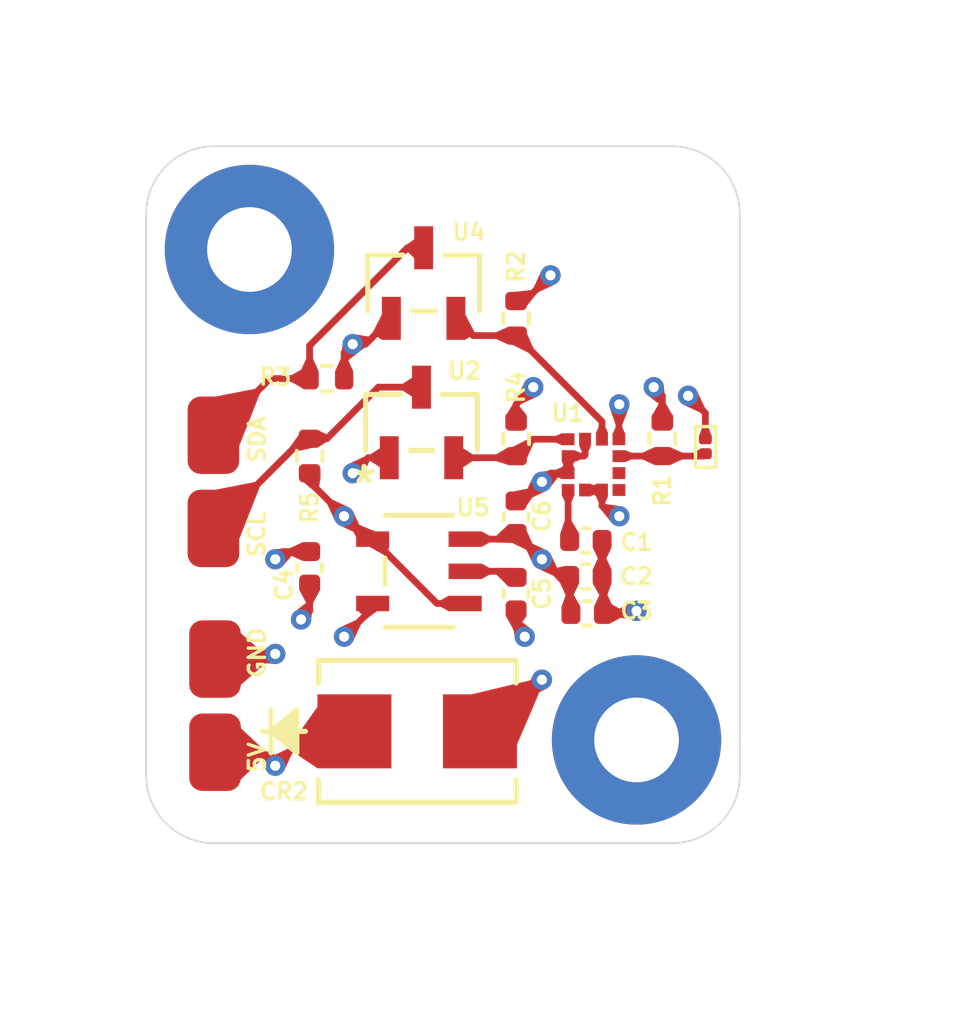
<source format=kicad_pcb>
(kicad_pcb (version 20240108) (generator "pcbnew") (generator_version "8.0")
  (layers (0 "F.Cu" power) (1 "In1.Cu" signal) (2 "In2.Cu" signal) (31 "B.Cu" signal) (34 "B.Paste" user) (35 "F.Paste" user) (36 "B.SilkS" user "B.Silkscreen") (37 "F.SilkS" user "F.Silkscreen") (38 "B.Mask" user) (39 "F.Mask" user) (44 "Edge.Cuts" user))
  (net 0 "")
  (net 1 "Net-(U1-C1)")
  (net 2 "DRDY")
  (net 3 "GND")
  (net 4 "SCL")
  (net 5 "Net-(U1-SCL{slash}SPC)")
  (net 6 "SDA")
  (net 8 "3V3")
  (net 9 "5V")
  (net 10 "Net-(JP1-B)")
  (net 11 "Net-(U1-SDA{slash}SDI{slash}SDO)")
  (net 12 "Net-(U5-BYPASS)")
  (footprint "MagnetometerFootprints:Connector" (layer "F.Cu") (at 131.4723 149.759 90)
    (property "Reference" "J3" (hide yes))
    (property "Value" "Conn_01x02" (hide yes))
    (pad "1" smd roundrect (at -3 -3.25 90) (size 2.286 1.524) (layers "F.Cu" "F.Mask") (net 4 "SCL"))
    (pad "2" smd roundrect (at -0.25 -3.25 90) (size 2.286 1.524) (layers "F.Cu" "F.Mask") (net 6 "SDA"))
  )
  (footprint "MountingHole:MountingHole_2.5mm_Pad_TopBottom" (layer "F.Cu") (at 129.286 144.526)
    (property "Reference" "REF**" (hide yes))
    (property "Value" "MountingHole_2.5mm_Pad_TopBottom" (hide yes))
    (pad "1" thru_hole circle (at 0 0) (size 2.9 2.9) (drill 2.5) (layers "*.Cu" "*.Mask"))
    (pad "1" connect circle (at 0 0) (size 5 5) (layers "F.Cu" "F.Mask"))
    (pad "1" connect circle (at 0 0) (size 5 5) (layers "B.Cu" "B.Mask"))
  )
  (footprint "Resistor_SMD:R_0402_1005Metric" (layer "F.Cu") (at 141.478 150.114 -90)
    (property "Reference" "R1" (at 1.524 0 270) (layer "F.SilkS") (effects (font (size 0.48 0.48) (thickness 0.1) (bold yes))))
    (property "Value" "10k" (hide yes))
    (fp_line (start -0.153641 0.38) (end 0.153641 0.38) (stroke (width 0.12)) (layer "F.SilkS"))
    (fp_line (start -0.153641 -0.38) (end 0.153641 -0.38) (stroke (width 0.12)) (layer "F.SilkS"))
    (pad "1" smd roundrect (at -0.51 0 270) (size 0.54 0.64) (layers "F.Cu" "F.Paste" "F.Mask") (net 3 "GND"))
    (pad "2" smd roundrect (at 0.51 0 270) (size 0.54 0.64) (layers "F.Cu" "F.Paste" "F.Mask") (net 10 "Net-(JP1-B)"))
  )
  (footprint "Capacitor_SMD:C_0402_1005Metric" (layer "F.Cu") (at 139.258801 155.2702 180)
    (property "Reference" "C3" (at -1.457199 0.0762 180) (layer "F.SilkS") (effects (font (size 0.48 0.48) (thickness 0.1) (bold yes))))
    (property "Value" "100 nF" (hide yes))
    (fp_line (start -0.107836 0.36) (end 0.107836 0.36) (stroke (width 0.12)) (layer "F.SilkS"))
    (fp_line (start -0.107836 -0.36) (end 0.107836 -0.36) (stroke (width 0.12)) (layer "F.SilkS"))
    (pad "1" smd roundrect (at -0.48 0 180) (size 0.56 0.62) (layers "F.Cu" "F.Paste" "F.Mask") (net 3 "GND"))
    (pad "2" smd roundrect (at 0.48 0 180) (size 0.56 0.62) (layers "F.Cu" "F.Paste" "F.Mask") (net 8 "3V3"))
  )
  (footprint "MagnetometerFootprints:BSS138" (layer "F.Cu") (at 134.4295 145.5166)
    (property "Reference" "U4" (at 1.3335 -1.4986 0) (layer "F.SilkS") (effects (font (size 0.48 0.48) (thickness 0.1) (bold yes))))
    (property "Value" "BSS138" (hide yes))
    (fp_line (start -1.651 -0.8255) (end -1.651 0.8255) (stroke (width 0.1524)) (layer "F.SilkS"))
    (fp_line (start -0.61214 -0.8255) (end -1.651 -0.8255) (stroke (width 0.1524)) (layer "F.SilkS"))
    (fp_line (start -0.34036 0.8255) (end 0.34036 0.8255) (stroke (width 0.1524)) (layer "F.SilkS"))
    (fp_line (start 1.651 -0.8255) (end 0.61214 -0.8255) (stroke (width 0.1524)) (layer "F.SilkS"))
    (fp_line (start 1.651 0.8255) (end 1.651 -0.8255) (stroke (width 0.1524)) (layer "F.SilkS"))
    (pad "1" smd rect (at -0.9525 1.0414) (size 0.5588 1.27) (layers "F.Cu" "F.Paste" "F.Mask") (net 9 "5V"))
    (pad "2" smd rect (at 0.9525 1.0414) (size 0.5588 1.27) (layers "F.Cu" "F.Paste" "F.Mask") (net 11 "Net-(U1-SDA{slash}SDI{slash}SDO)"))
    (pad "3" smd rect (at 0 -1.0414) (size 0.5588 1.27) (layers "F.Cu" "F.Paste" "F.Mask") (net 6 "SDA"))
  )
  (footprint "MountingHole:MountingHole_2.5mm_Pad_TopBottom" (layer "F.Cu") (at 140.716 159.004)
    (property "Reference" "REF**" (hide yes))
    (property "Value" "MountingHole_2.5mm_Pad_TopBottom" (hide yes))
    (pad "1" thru_hole circle (at 0 0) (size 2.9 2.9) (drill 2.5) (layers "*.Cu" "*.Mask"))
    (pad "1" connect circle (at 0 0) (size 5 5) (layers "F.Cu" "F.Mask"))
    (pad "1" connect circle (at 0 0) (size 5 5) (layers "B.Cu" "B.Mask"))
  )
  (footprint "MagnetometerFootprints:BSS138" (layer "F.Cu") (at 134.366 149.6314)
    (property "Reference" "U2" (at 1.27 -1.524 0) (layer "F.SilkS") (effects (font (size 0.48 0.48) (thickness 0.1) (bold yes))))
    (property "Value" "BSS138" (hide yes))
    (fp_line (start -1.651 -0.8255) (end -1.651 0.8255) (stroke (width 0.1524)) (layer "F.SilkS"))
    (fp_line (start -0.61214 -0.8255) (end -1.651 -0.8255) (stroke (width 0.1524)) (layer "F.SilkS"))
    (fp_line (start -0.34036 0.8255) (end 0.34036 0.8255) (stroke (width 0.1524)) (layer "F.SilkS"))
    (fp_line (start 1.651 -0.8255) (end 0.61214 -0.8255) (stroke (width 0.1524)) (layer "F.SilkS"))
    (fp_line (start 1.651 0.8255) (end 1.651 -0.8255) (stroke (width 0.1524)) (layer "F.SilkS"))
    (pad "1" smd rect (at -0.9525 1.0414) (size 0.5588 1.27) (layers "F.Cu" "F.Paste" "F.Mask") (net 9 "5V"))
    (pad "2" smd rect (at 0.9525 1.0414) (size 0.5588 1.27) (layers "F.Cu" "F.Paste" "F.Mask") (net 5 "Net-(U1-SCL{slash}SPC)"))
    (pad "3" smd rect (at 0 -1.0414) (size 0.5588 1.27) (layers "F.Cu" "F.Paste" "F.Mask") (net 4 "SCL"))
  )
  (footprint "MagnetometerFootprints:Connector" (layer "F.Cu") (at 125.02 159.6164 -90)
    (property "Reference" "J1" (hide yes))
    (property "Value" "Conn_01x02" (hide yes))
    (pad "1" smd roundrect (at -3 -3.25 270) (size 2.286 1.524) (layers "F.Cu" "F.Mask") (net 3 "GND"))
    (pad "2" smd roundrect (at -0.25 -3.25 270) (size 2.286 1.524) (layers "F.Cu" "F.Mask") (net 9 "5V"))
  )
  (footprint "Capacitor_SMD:C_0402_1005Metric" (layer "F.Cu") (at 137.16 152.428 90)
    (property "Reference" "C6" (at 0.028 0.762 90) (layer "F.SilkS") (effects (font (size 0.48 0.48) (thickness 0.1) (bold yes))))
    (property "Value" "2.2 uF" (hide yes))
    (fp_line (start -0.107836 -0.36) (end 0.107836 -0.36) (stroke (width 0.12)) (layer "F.SilkS"))
    (fp_line (start -0.107836 0.36) (end 0.107836 0.36) (stroke (width 0.12)) (layer "F.SilkS"))
    (pad "1" smd roundrect (at -0.48 0 90) (size 0.56 0.62) (layers "F.Cu" "F.Paste" "F.Mask") (net 8 "3V3"))
    (pad "2" smd roundrect (at 0.48 0 90) (size 0.56 0.62) (layers "F.Cu" "F.Paste" "F.Mask") (net 3 "GND"))
  )
  (footprint "Resistor_SMD:R_0402_1005Metric" (layer "F.Cu") (at 137.16 146.558 90)
    (property "Reference" "R2" (at 1.524 0 90) (layer "F.SilkS") (effects (font (size 0.48 0.48) (thickness 0.1) (bold yes))))
    (property "Value" "10k" (hide yes))
    (fp_line (start -0.153641 -0.38) (end 0.153641 -0.38) (stroke (width 0.12)) (layer "F.SilkS"))
    (fp_line (start -0.153641 0.38) (end 0.153641 0.38) (stroke (width 0.12)) (layer "F.SilkS"))
    (pad "1" smd roundrect (at -0.51 0 90) (size 0.54 0.64) (layers "F.Cu" "F.Paste" "F.Mask") (net 11 "Net-(U1-SDA{slash}SDI{slash}SDO)"))
    (pad "2" smd roundrect (at 0.51 0 90) (size 0.54 0.64) (layers "F.Cu" "F.Paste" "F.Mask") (net 8 "3V3"))
  )
  (footprint "MagnetometerFootprints:DBV5_TEX" (layer "F.Cu") (at 134.2898 154.0256)
    (property "Reference" "U5" (at 1.6002 -1.8796 0) (layer "F.SilkS") (effects (font (size 0.48 0.48) (thickness 0.1) (bold yes))))
    (property "Value" "TPS79333DBVRG4Q1" (hide yes))
    (fp_line (start -1.0033 -0.388661) (end -1.0033 0.388661) (stroke (width 0.1524)) (layer "F.SilkS"))
    (fp_line (start -1.0033 1.651) (end 1.0033 1.651) (stroke (width 0.1524)) (layer "F.SilkS"))
    (fp_line (start 1.0033 -1.651) (end -1.0033 -1.651) (stroke (width 0.1524)) (layer "F.SilkS"))
    (fp_text user "*" (at -1.61925 -2.5502 0) (layer "F.SilkS"))
    (fp_text user "*" (at -1.61925 -2.5502 0) (layer "F.SilkS"))
    (pad "1" smd rect (at -1.36525 -0.950001) (size 0.9779 0.4572) (layers "F.Cu" "F.Paste" "F.Mask") (net 9 "5V"))
    (pad "2" smd rect (at -1.36525 0.950001) (size 0.9779 0.4572) (layers "F.Cu" "F.Paste" "F.Mask") (net 3 "GND"))
    (pad "3" smd rect (at 1.36525 0.950001) (size 0.9779 0.4572) (layers "F.Cu" "F.Paste" "F.Mask") (net 9 "5V"))
    (pad "4" smd rect (at 1.36525 0) (size 0.9779 0.4572) (layers "F.Cu" "F.Paste" "F.Mask") (net 12 "Net-(U5-BYPASS)"))
    (pad "5" smd rect (at 1.36525 -0.950001) (size 0.9779 0.4572) (layers "F.Cu" "F.Paste" "F.Mask") (net 8 "3V3"))
  )
  (footprint "Capacitor_SMD:C_0402_1005Metric" (layer "F.Cu") (at 131.064 153.924 -90)
    (property "Reference" "C4" (at 0.508 0.762 90) (layer "F.SilkS") (effects (font (size 0.48 0.48) (thickness 0.1) (bold yes))))
    (property "Value" "0.1 uF" (hide yes))
    (fp_line (start -0.107836 0.36) (end 0.107836 0.36) (stroke (width 0.12)) (layer "F.SilkS"))
    (fp_line (start -0.107836 -0.36) (end 0.107836 -0.36) (stroke (width 0.12)) (layer "F.SilkS"))
    (pad "1" smd roundrect (at -0.48 0 270) (size 0.56 0.62) (layers "F.Cu" "F.Paste" "F.Mask") (net 9 "5V"))
    (pad "2" smd roundrect (at 0.48 0 270) (size 0.56 0.62) (layers "F.Cu" "F.Paste" "F.Mask") (net 3 "GND"))
  )
  (footprint "Resistor_SMD:R_0402_1005Metric" (layer "F.Cu") (at 137.16 150.116 90)
    (property "Reference" "R4" (at 1.526 0 90) (layer "F.SilkS") (effects (font (size 0.48 0.48) (thickness 0.1) (bold yes))))
    (property "Value" "10k" (hide yes))
    (fp_line (start -0.153641 -0.38) (end 0.153641 -0.38) (stroke (width 0.12)) (layer "F.SilkS"))
    (fp_line (start -0.153641 0.38) (end 0.153641 0.38) (stroke (width 0.12)) (layer "F.SilkS"))
    (pad "1" smd roundrect (at -0.51 0 90) (size 0.54 0.64) (layers "F.Cu" "F.Paste" "F.Mask") (net 5 "Net-(U1-SCL{slash}SPC)"))
    (pad "2" smd roundrect (at 0.51 0 90) (size 0.54 0.64) (layers "F.Cu" "F.Paste" "F.Mask") (net 8 "3V3"))
  )
  (footprint "Resistor_SMD:R_0402_1005Metric" (layer "F.Cu") (at 131.064 150.622 -90)
    (property "Reference" "R5" (at 1.524 0 270) (layer "F.SilkS") (effects (font (size 0.48 0.48) (thickness 0.1) (bold yes))))
    (property "Value" "10k" (hide yes))
    (fp_line (start -0.153641 0.38) (end 0.153641 0.38) (stroke (width 0.12)) (layer "F.SilkS"))
    (fp_line (start -0.153641 -0.38) (end 0.153641 -0.38) (stroke (width 0.12)) (layer "F.SilkS"))
    (pad "1" smd roundrect (at -0.51 0 270) (size 0.54 0.64) (layers "F.Cu" "F.Paste" "F.Mask") (net 4 "SCL"))
    (pad "2" smd roundrect (at 0.51 0 270) (size 0.54 0.64) (layers "F.Cu" "F.Paste" "F.Mask") (net 9 "5V"))
  )
  (footprint "Capacitor_SMD:C_0402_1005Metric" (layer "F.Cu") (at 137.16 154.686 -90)
    (property "Reference" "C5" (at 0 -0.762 90) (layer "F.SilkS") (effects (font (size 0.48 0.48) (thickness 0.1) (bold yes))))
    (property "Value" "0.01 uF" (hide yes))
    (fp_line (start -0.107836 0.36) (end 0.107836 0.36) (stroke (width 0.12)) (layer "F.SilkS"))
    (fp_line (start -0.107836 -0.36) (end 0.107836 -0.36) (stroke (width 0.12)) (layer "F.SilkS"))
    (pad "1" smd roundrect (at -0.48 0 270) (size 0.56 0.62) (layers "F.Cu" "F.Paste" "F.Mask") (net 12 "Net-(U5-BYPASS)"))
    (pad "2" smd roundrect (at 0.48 0 270) (size 0.56 0.62) (layers "F.Cu" "F.Paste" "F.Mask") (net 3 "GND"))
  )
  (footprint "Capacitor_SMD:C_0402_1005Metric" (layer "F.Cu") (at 139.22 154.178 180)
    (property "Reference" "C2" (at -1.496 0 180) (layer "F.SilkS") (effects (font (size 0.48 0.48) (thickness 0.1) (bold yes))))
    (property "Value" "1 uF" (hide yes))
    (fp_line (start -0.107836 0.36) (end 0.107836 0.36) (stroke (width 0.12)) (layer "F.SilkS"))
    (fp_line (start -0.107836 -0.36) (end 0.107836 -0.36) (stroke (width 0.12)) (layer "F.SilkS"))
    (pad "1" smd roundrect (at -0.48 0 180) (size 0.56 0.62) (layers "F.Cu" "F.Paste" "F.Mask") (net 3 "GND"))
    (pad "2" smd roundrect (at 0.48 0 180) (size 0.56 0.62) (layers "F.Cu" "F.Paste" "F.Mask") (net 8 "3V3"))
  )
  (footprint "MagnetometerFootprints:SolderJumper" (layer "F.Cu") (at 140.5575 154.45325 -90)
    (property "Reference" "JP1" (hide yes))
    (property "Value" "SolderJumper_2_Open" (hide yes))
    (fp_rect (start -4.7 -2.5) (end -3.5 -1.9) (stroke (width 0.1)) (fill none) (layer "F.SilkS"))
    (pad "1" smd roundrect (at -4.33925 -2.1905 270) (size 0.3215 0.381) (layers "F.Cu" "F.Paste" "F.Mask") (net 8 "3V3"))
    (pad "2" smd roundrect (at -3.9 -2.1905 270) (size 0.3215 0.381) (layers "F.Cu" "F.Paste" "F.Mask") (net 10 "Net-(JP1-B)"))
  )
  (footprint "Resistor_SMD:R_0402_1005Metric" (layer "F.Cu") (at 131.572 148.336)
    (property "Reference" "R3" (at -1.524 -0.0508 0) (layer "F.SilkS") (effects (font (size 0.48 0.48) (thickness 0.1) (bold yes))))
    (property "Value" "10k" (hide yes))
    (fp_line (start -0.153641 -0.38) (end 0.153641 -0.38) (stroke (width 0.12)) (layer "F.SilkS"))
    (fp_line (start -0.153641 0.38) (end 0.153641 0.38) (stroke (width 0.12)) (layer "F.SilkS"))
    (pad "1" smd roundrect (at -0.51 0) (size 0.54 0.64) (layers "F.Cu" "F.Paste" "F.Mask") (net 6 "SDA"))
    (pad "2" smd roundrect (at 0.51 0) (size 0.54 0.64) (layers "F.Cu" "F.Paste" "F.Mask") (net 9 "5V"))
  )
  (footprint "Capacitor_SMD:C_0402_1005Metric" (layer "F.Cu") (at 139.22 153.1152 180)
    (property "Reference" "C1" (at -1.496 -0.0468 180) (layer "F.SilkS") (effects (font (size 0.48 0.48) (thickness 0.1) (bold yes))))
    (property "Value" "100 nF" (hide yes))
    (fp_line (start -0.107836 0.36) (end 0.107836 0.36) (stroke (width 0.12)) (layer "F.SilkS"))
    (fp_line (start -0.107836 -0.36) (end 0.107836 -0.36) (stroke (width 0.12)) (layer "F.SilkS"))
    (pad "1" smd roundrect (at -0.48 0 180) (size 0.56 0.62) (layers "F.Cu" "F.Paste" "F.Mask") (net 3 "GND"))
    (pad "2" smd roundrect (at 0.48 0 180) (size 0.56 0.62) (layers "F.Cu" "F.Paste" "F.Mask") (net 1 "Net-(U1-C1)"))
  )
  (footprint "MagnetometerFootprints:1KSMBSeries_LTF" (layer "F.Cu") (at 134.239 158.75)
    (property "Reference" "CR2" (at -3.937 1.778 0) (layer "F.SilkS") (effects (font (size 0.48 0.48) (thickness 0.1) (bold yes))))
    (property "Value" "1KSMB24A" (hide yes))
    (fp_line (start -4.318 -0.635) (end -4.318 0.635) (stroke (width 0.1524)) (layer "F.SilkS"))
    (fp_line (start -4.318 0) (end -3.556 -0.635) (stroke (width 0.1524)) (layer "F.SilkS"))
    (fp_line (start -4.318 0) (end -3.556 -0.508) (stroke (width 0.1524)) (layer "F.SilkS"))
    (fp_line (start -4.318 0) (end -3.556 -0.381) (stroke (width 0.1524)) (layer "F.SilkS"))
    (fp_line (start -4.318 0) (end -3.556 -0.254) (stroke (width 0.1524)) (layer "F.SilkS"))
    (fp_line (start -4.318 0) (end -3.556 -0.127) (stroke (width 0.1524)) (layer "F.SilkS"))
    (fp_line (start -4.318 0) (end -3.556 0.127) (stroke (width 0.1524)) (layer "F.SilkS"))
    (fp_line (start -4.318 0) (end -3.556 0.254) (stroke (width 0.1524)) (layer "F.SilkS"))
    (fp_line (start -4.318 0) (end -3.556 0.381) (stroke (width 0.1524)) (layer "F.SilkS"))
    (fp_line (start -4.318 0) (end -3.556 0.508) (stroke (width 0.1524)) (layer "F.SilkS"))
    (fp_line (start -4.318 0) (end -3.556 0.635) (stroke (width 0.1524)) (layer "F.SilkS"))
    (fp_line (start -3.556 -0.635) (end -3.556 0.635) (stroke (width 0.1524)) (layer "F.SilkS"))
    (fp_line (start -3.302 0) (end -4.572 0) (stroke (width 0.1524)) (layer "F.SilkS"))
    (fp_line (start -2.921 -2.0955) (end -2.921 -1.42494) (stroke (width 0.1524)) (layer "F.SilkS"))
    (fp_line (start -2.921 1.42494) (end -2.921 2.0955) (stroke (width 0.1524)) (layer "F.SilkS"))
    (fp_line (start -2.921 2.0955) (end 2.921 2.0955) (stroke (width 0.1524)) (layer "F.SilkS"))
    (fp_line (start 2.921 -2.0955) (end -2.921 -2.0955) (stroke (width 0.1524)) (layer "F.SilkS"))
    (fp_line (start 2.921 -1.42494) (end 2.921 -2.0955) (stroke (width 0.1524)) (layer "F.SilkS"))
    (fp_line (start 2.921 2.0955) (end 2.921 1.42494) (stroke (width 0.1524)) (layer "F.SilkS"))
    (pad "1" smd rect (at -1.8542 0 90) (size 2.1844 2.1844) (layers "F.Cu" "F.Paste" "F.Mask") (net 9 "5V"))
    (pad "2" smd rect (at 1.8542 0 90) (size 2.1844 2.1844) (layers "F.Cu" "F.Paste" "F.Mask") (net 3 "GND"))
  )
  (footprint "MagnetometerFootprints:LIS3MDLTR" (layer "F.Cu") (at 139.446 150.876)
    (property "Reference" "U1" (at -0.762 -1.524 0) (layer "F.SilkS") (effects (font (size 0.48 0.48) (thickness 0.1) (bold yes))))
    (property "Value" "LIS3MDLTR" (hide yes))
    (pad "1" smd rect (at -0.750001 -0.750001) (size 0.376682 0.351536) (layers "F.Cu" "F.Paste" "F.Mask") (net 5 "Net-(U1-SCL{slash}SPC)"))
    (pad "2" smd rect (at -0.750001 -0.25) (size 0.376682 0.351536) (layers "F.Cu" "F.Paste" "F.Mask") (net 3 "GND"))
    (pad "3" smd rect (at -0.750001 0.25) (size 0.376682 0.351536) (layers "F.Cu" "F.Paste" "F.Mask") (net 3 "GND"))
    (pad "4" smd rect (at -0.750001 0.750001) (size 0.376682 0.351536) (layers "F.Cu" "F.Paste" "F.Mask") (net 1 "Net-(U1-C1)"))
    (pad "5" smd rect (at -0.25 0.750001 90) (size 0.376682 0.351536) (layers "F.Cu" "F.Paste" "F.Mask") (net 8 "3V3"))
    (pad "6" smd rect (at 0.25 0.750001 90) (size 0.376682 0.351536) (layers "F.Cu" "F.Paste" "F.Mask") (net 8 "3V3"))
    (pad "7" smd rect (at 0.750001 0.750001) (size 0.376682 0.351536) (layers "F.Cu" "F.Paste" "F.Mask"))
    (pad "8" smd rect (at 0.750001 0.25) (size 0.376682 0.351536) (layers "F.Cu" "F.Paste" "F.Mask") (net 2 "DRDY"))
    (pad "9" smd rect (at 0.750001 -0.25) (size 0.376682 0.351536) (layers "F.Cu" "F.Paste" "F.Mask") (net 10 "Net-(JP1-B)"))
    (pad "10" smd rect (at 0.750001 -0.750001) (size 0.376682 0.351536) (layers "F.Cu" "F.Paste" "F.Mask") (net 8 "3V3"))
    (pad "11" smd rect (at 0.25 -0.750001 90) (size 0.376682 0.351536) (layers "F.Cu" "F.Paste" "F.Mask") (net 11 "Net-(U1-SDA{slash}SDI{slash}SDO)"))
    (pad "12" smd rect (at -0.25 -0.750001 90) (size 0.376682 0.351536) (layers "F.Cu" "F.Paste" "F.Mask") (net 3 "GND"))
  )
  (gr_line (start 128.238 141.478) (end 141.764 141.478) (stroke (width 0.05)) (layer "Edge.Cuts"))
  (gr_line (start 141.764 162.052) (end 128.238 162.052) (stroke (width 0.05)) (layer "Edge.Cuts"))
  (gr_arc (start 126.238 143.478) (mid 126.823786 142.063786) (end 128.238 141.478) (stroke (width 0.05)) (layer "Edge.Cuts"))
  (gr_line (start 126.238 160.052) (end 126.238 143.478) (stroke (width 0.05)) (layer "Edge.Cuts"))
  (gr_arc (start 141.764 141.478) (mid 143.178214 142.063786) (end 143.764 143.478) (stroke (width 0.05)) (layer "Edge.Cuts"))
  (gr_arc (start 143.764 160.052) (mid 143.178214 161.466214) (end 141.764 162.052) (stroke (width 0.05)) (layer "Edge.Cuts"))
  (gr_line (start 143.764 143.478) (end 143.764 160.052) (stroke (width 0.05)) (layer "Edge.Cuts"))
  (gr_arc (start 128.238 162.052) (mid 126.823786 161.466214) (end 126.238 160.052) (stroke (width 0.05)) (layer "Edge.Cuts"))
  (gr_text "5V\n" (at 129.794 160.02 90) (layer "F.SilkS") (effects (font (size 0.48 0.48) (thickness 0.1) (bold yes)) (justify left bottom)))
  (gr_text "SDA\n" (at 129.794 150.876 90) (layer "F.SilkS") (effects (font (size 0.48 0.48) (thickness 0.1) (bold yes)) (justify left bottom)))
  (gr_text "GND\n" (at 129.794 157.226 90) (layer "F.SilkS") (effects (font (size 0.48 0.48) (thickness 0.1) (bold yes)) (justify left bottom)))
  (gr_text "SCL\n\n" (at 130.556 153.67 90) (layer "F.SilkS") (effects (font (size 0.48 0.48) (thickness 0.1) (bold yes)) (justify left bottom)))
  (segment (start 138.61423 153.1152) (end 138.9 153.1152) (width 0.2) (layer "F.Cu") (net 1))
  (segment (start 138.74 153.1152) (end 138.695999 153.071199) (width 0.2) (layer "F.Cu") (net 1))
  (segment (start 138.695999 153.071199) (end 138.695999 151.626001) (width 0.2) (layer "F.Cu") (net 1))
  (segment (start 139.160107 150.626) (end 139.196 150.590107) (width 0.2) (layer "F.Cu") (net 3))
  (segment (start 137.16 155.702) (end 137.414 155.956) (width 0.2) (layer "F.Cu") (net 3))
  (segment (start 131.064 155.194) (end 130.81 155.448) (width 0.2) (layer "F.Cu") (net 3))
  (segment (start 138.695999 150.626) (end 138.695999 151.126) (width 0.2) (layer "F.Cu") (net 3))
  (segment (start 132.92455 155.11145) (end 132.08 155.956) (width 0.2) (layer "F.Cu") (net 3))
  (segment (start 139.738801 154.216801) (end 139.7 154.178) (width 0.2) (layer "F.Cu") (net 3))
  (segment (start 129.8956 156.6164) (end 130.048 156.464) (width 0.2) (layer "F.Cu") (net 3))
  (segment (start 139.738801 155.2702) (end 139.738801 154.216801) (width 0.2) (layer "F.Cu") (net 3))
  (segment (start 139.196 150.590107) (end 139.196 150.125999) (width 0.2) (layer "F.Cu") (net 3))
  (segment (start 139.738801 155.2702) (end 140.6398 155.2702) (width 0.2) (layer "F.Cu") (net 3))
  (segment (start 141.478 149.604) (end 141.478 148.844) (width 0.2) (layer "F.Cu") (net 3))
  (segment (start 137.358 151.948) (end 137.922 151.384) (width 0.2) (layer "F.Cu") (net 3))
  (segment (start 136.0932 158.75) (end 136.398 158.75) (width 0.2) (layer "F.Cu") (net 3))
  (segment (start 138.695999 151.126) (end 138.18 151.126) (width 0.2) (layer "F.Cu") (net 3))
  (segment (start 140.6398 155.2702) (end 140.716 155.194) (width 0.2) (layer "F.Cu") (net 3))
  (segment (start 137.16 151.948) (end 137.358 151.948) (width 0.2) (layer "F.Cu") (net 3))
  (segment (start 137.16 155.166) (end 137.16 155.702) (width 0.2) (layer "F.Cu") (net 3))
  (segment (start 139.7 154.178) (end 139.7 153.1152) (width 0.2) (layer "F.Cu") (net 3))
  (segment (start 138.695999 150.626) (end 139.160107 150.626) (width 0.2) (layer "F.Cu") (net 3))
  (segment (start 131.064 154.404) (end 131.064 155.194) (width 0.2) (layer "F.Cu") (net 3))
  (segment (start 138.18 151.126) (end 137.922 151.384) (width 0.2) (layer "F.Cu") (net 3))
  (segment (start 132.92455 154.975601) (end 132.92455 155.11145) (width 0.2) (layer "F.Cu") (net 3))
  (segment (start 136.398 158.75) (end 137.922 157.226) (width 0.2) (layer "F.Cu") (net 3))
  (segment (start 128.27 156.6164) (end 129.8956 156.6164) (width 0.2) (layer "F.Cu") (net 3))
  (segment (start 141.478 148.844) (end 141.224 148.59) (width 0.2) (layer "F.Cu") (net 3))
  (via (at 141.224 148.59) (size 0.6) (drill 0.3) (layers "F.Cu" "B.Cu") (net 3))
  (via (at 137.922 151.384) (size 0.6) (drill 0.3) (layers "F.Cu" "B.Cu") (net 3))
  (via (at 132.08 155.956) (size 0.6) (drill 0.3) (layers "F.Cu" "B.Cu") (net 3))
  (via (at 137.414 155.956) (size 0.6) (drill 0.3) (layers "F.Cu" "B.Cu") (net 3))
  (via (at 130.048 156.464) (size 0.6) (drill 0.3) (layers "F.Cu" "B.Cu") (net 3))
  (via (at 137.922 157.226) (size 0.6) (drill 0.3) (layers "F.Cu" "B.Cu") (net 3))
  (via (at 130.81 155.448) (size 0.6) (drill 0.3) (layers "F.Cu" "B.Cu") (net 3))
  (via (at 140.716 155.194) (size 0.6) (drill 0.3) (layers "F.Cu" "B.Cu") (net 3))
  (segment (start 130.8693 150.112) (end 131.064 150.112) (width 0.2) (layer "F.Cu") (net 4))
  (segment (start 128.2223 152.759) (end 130.8693 150.112) (width 0.2) (layer "F.Cu") (net 4))
  (segment (start 131.57 150.112) (end 133.092 148.59) (width 0.2) (layer "F.Cu") (net 4))
  (segment (start 131.064 150.112) (end 131.57 150.112) (width 0.2) (layer "F.Cu") (net 4))
  (segment (start 133.092 148.59) (end 134.366 148.59) (width 0.2) (layer "F.Cu") (net 4))
  (segment (start 135.3185 150.6728) (end 137.1132 150.6728) (width 0.2) (layer "F.Cu") (net 5))
  (segment (start 137.16 150.626) (end 137.660001 150.125999) (width 0.2) (layer "F.Cu") (net 5))
  (segment (start 137.1132 150.6728) (end 137.16 150.626) (width 0.2) (layer "F.Cu") (net 5))
  (segment (start 137.660001 150.125999) (end 138.695999 150.125999) (width 0.2) (layer "F.Cu") (net 5))
  (segment (start 131.062 147.3633) (end 133.9501 144.4752) (width 0.2) (layer "F.Cu") (net 6))
  (segment (start 128.2223 150.009) (end 129.8953 148.336) (width 0.2) (layer "F.Cu") (net 6))
  (segment (start 129.8953 148.336) (end 131.062 148.336) (width 0.2) (layer "F.Cu") (net 6))
  (segment (start 133.9501 144.4752) (end 134.4295 144.4752) (width 0.2) (layer "F.Cu") (net 6))
  (segment (start 131.062 148.336) (end 131.062 147.3633) (width 0.2) (layer "F.Cu") (net 6))
  (segment (start 137.16 149.606) (end 137.16 149.098) (width 0.2) (layer "F.Cu") (net 8))
  (segment (start 138.43 154.178) (end 137.922 153.67) (width 0.2) (layer "F.Cu") (net 8))
  (segment (start 136.992401 153.075599) (end 137.16 152.908) (width 0.2) (layer "F.Cu") (net 8))
  (segment (start 139.196 151.626001) (end 139.696 151.626001) (width 0.2) (layer "F.Cu") (net 8))
  (segment (start 138.74 155.231399) (end 138.778801 155.2702) (width 0.2) (layer "F.Cu") (net 8))
  (segment (start 138.74 154.178) (end 138.43 154.178) (width 0.2) (layer "F.Cu") (net 8))
  (segment (start 140.196001 149.109999) (end 140.208 149.098) (width 0.2) (layer "F.Cu") (net 8))
  (segment (start 137.16 146.048) (end 137.416 146.048) (width 0.2) (layer "F.Cu") (net 8))
  (segment (start 137.16 152.908) (end 137.922 153.67) (width 0.2) (layer "F.Cu") (net 8))
  (segment (start 142.748 149.352) (end 142.24 148.844) (width 0.2) (layer "F.Cu") (net 8))
  (segment (start 135.65505 153.075599) (end 136.992401 153.075599) (width 0.2) (layer "F.Cu") (net 8))
  (segment (start 137.16 149.098) (end 137.668 148.59) (width 0.2) (layer "F.Cu") (net 8))
  (segment (start 139.696 152.090109) (end 140.005891 152.4) (width 0.2) (layer "F.Cu") (net 8))
  (segment (start 138.74 154.178) (end 138.74 155.231399) (width 0.2) (layer "F.Cu") (net 8))
  (segment (start 140.005891 152.4) (end 140.208 152.4) (width 0.2) (layer "F.Cu") (net 8))
  (segment (start 139.696 151.626001) (end 139.696 152.090109) (width 0.2) (layer "F.Cu") (net 8))
  (segment (start 140.196001 150.125999) (end 140.196001 149.109999) (width 0.2) (layer "F.Cu") (net 8))
  (segment (start 137.416 146.048) (end 138.176 145.288) (width 0.2) (layer "F.Cu") (net 8))
  (segment (start 142.748 150.114) (end 142.748 149.352) (width 0.2) (layer "F.Cu") (net 8))
  (via (at 140.208 149.098) (size 0.6) (drill 0.3) (layers "F.Cu" "B.Cu") (net 8))
  (via (at 138.176 145.288) (size 0.6) (drill 0.3) (layers "F.Cu" "B.Cu") (net 8))
  (via (at 137.668 148.59) (size 0.6) (drill 0.3) (layers "F.Cu" "B.Cu") (net 8))
  (via (at 137.922 153.67) (size 0.6) (drill 0.3) (layers "F.Cu" "B.Cu") (net 8))
  (via (at 140.208 152.4) (size 0.6) (drill 0.3) (layers "F.Cu" "B.Cu") (net 8))
  (via (at 142.24 148.844) (size 0.6) (drill 0.3) (layers "F.Cu" "B.Cu") (net 8))
  (segment (start 131.064 151.132) (end 131.064 151.384) (width 0.2) (layer "F.Cu") (net 9))
  (segment (start 132.334 147.32) (end 132.715 147.32) (width 0.2) (layer "F.Cu") (net 9))
  (segment (start 132.715 147.32) (end 133.477 146.558) (width 0.2) (layer "F.Cu") (net 9))
  (segment (start 131.064 153.444) (end 130.274 153.444) (width 0.2) (layer "F.Cu") (net 9))
  (segment (start 128.27 159.3664) (end 129.6484 159.3664) (width 0.2) (layer "F.Cu") (net 9))
  (segment (start 129.6484 159.3664) (end 130.048 159.766) (width 0.2) (layer "F.Cu") (net 9))
  (segment (start 132.082 148.336) (end 132.082 147.572) (width 0.2) (layer "F.Cu") (net 9))
  (segment (start 132.082 147.572) (end 132.334 147.32) (width 0.2) (layer "F.Cu") (net 9))
  (segment (start 132.92455 153.075599) (end 132.755599 153.075599) (width 0.2) (layer "F.Cu") (net 9))
  (segment (start 132.92455 153.075599) (end 134.824552 154.975601) (width 0.2) (layer "F.Cu") (net 9))
  (segment (start 134.824552 154.975601) (end 135.65505 154.975601) (width 0.2) (layer "F.Cu") (net 9))
  (segment (start 130.274 153.444) (end 130.048 153.67) (width 0.2) (layer "F.Cu") (net 9))
  (segment (start 132.7912 150.6728) (end 132.334 151.13) (width 0.2) (layer "F.Cu") (net 9))
  (segment (start 131.064 151.384) (end 132.08 152.4) (width 0.2) (layer "F.Cu") (net 9))
  (segment (start 132.755599 153.075599) (end 132.08 152.4) (width 0.2) (layer "F.Cu") (net 9))
  (segment (start 132.3848 158.75) (end 131.064 158.75) (width 0.2) (layer "F.Cu") (net 9))
  (segment (start 131.064 158.75) (end 130.048 159.766) (width 0.2) (layer "F.Cu") (net 9))
  (segment (start 133.4135 150.6728) (end 132.7912 150.6728) (width 0.2) (layer "F.Cu") (net 9))
  (via (at 132.08 152.4) (size 0.6) (drill 0.3) (layers "F.Cu" "B.Cu") (net 9))
  (via (at 132.334 151.13) (size 0.6) (drill 0.3) (layers "F.Cu" "B.Cu") (net 9))
  (via (at 130.048 159.766) (size 0.6) (drill 0.3) (layers "F.Cu" "B.Cu") (net 9))
  (via (at 132.334 147.32) (size 0.6) (drill 0.3) (layers "F.Cu" "B.Cu") (net 9))
  (via (at 130.048 153.67) (size 0.6) (drill 0.3) (layers "F.Cu" "B.Cu") (net 9))
  (segment (start 140.198001 150.624) (end 140.196001 150.626) (width 0.2) (layer "F.Cu") (net 10))
  (segment (start 142.67725 150.624) (end 142.748 150.55325) (width 0.2) (layer "F.Cu") (net 10))
  (segment (start 141.478 150.624) (end 140.198001 150.624) (width 0.2) (layer "F.Cu") (net 10))
  (segment (start 141.478 150.624) (end 142.67725 150.624) (width 0.2) (layer "F.Cu") (net 10))
  (segment (start 136.146 147.068) (end 137.16 147.068) (width 0.2) (layer "F.Cu") (net 11))
  (segment (start 139.696 149.604) (end 139.696 150.125999) (width 0.2) (layer "F.Cu") (net 11))
  (segment (start 136.144 147.066) (end 136.146 147.068) (width 0.2) (layer "F.Cu") (net 11))
  (segment (start 135.382 146.558) (end 135.89 147.066) (width 0.2) (layer "F.Cu") (net 11))
  (segment (start 137.16 147.068) (end 139.696 149.604) (width 0.2) (layer "F.Cu") (net 11))
  (segment (start 135.89 147.066) (end 136.144 147.066) (width 0.2) (layer "F.Cu") (net 11))
  (segment (start 136.9796 154.0256) (end 137.16 154.206) (width 0.2) (layer "F.Cu") (net 12))
  (segment (start 135.65505 154.0256) (end 136.9796 154.0256) (width 0.2) (layer "F.Cu") (net 12))
)
</source>
